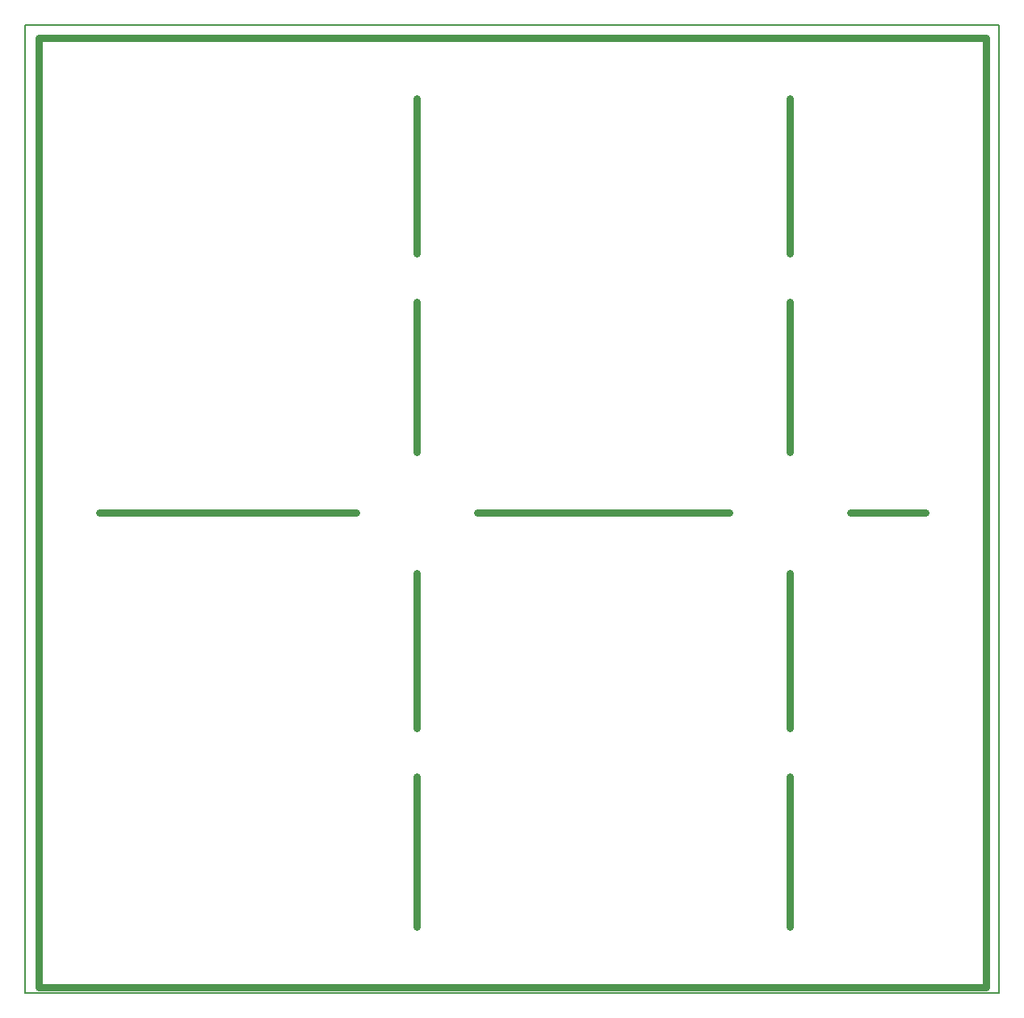
<source format=gm1>
%FSLAX44Y44*%
%MOMM*%
%SFA1B1*%

%IPPOS*%
%ADD57C,0.8*%
%ADD58C,0.127000*%
%LNu2s_hvpp-1*%
%LPD*%
G54D57*
X864963Y503776D02*
X943703D01*
G54D58*
X0Y0D02*
X1021266D01*
Y1015678*
X0*
Y0*
G54D57*
X473804Y503776D02*
X737963D01*
X801463Y69436D02*
Y226916D01*
Y277716D02*
Y440276D01*
X410304Y69436D02*
Y226916D01*
Y277716D02*
Y440276D01*
X77564Y503776D02*
X346804D01*
X1007203Y5936D02*
Y1001615D01*
X14064Y5936D02*
X1007203D01*
X14064D02*
Y1001615D01*
X801463Y567275D02*
Y724755D01*
Y775555D02*
Y938115D01*
X410304Y567275D02*
Y724755D01*
Y775555D02*
Y938115D01*
X14064Y1001615D02*
X1007203D01*
M02*





</source>
